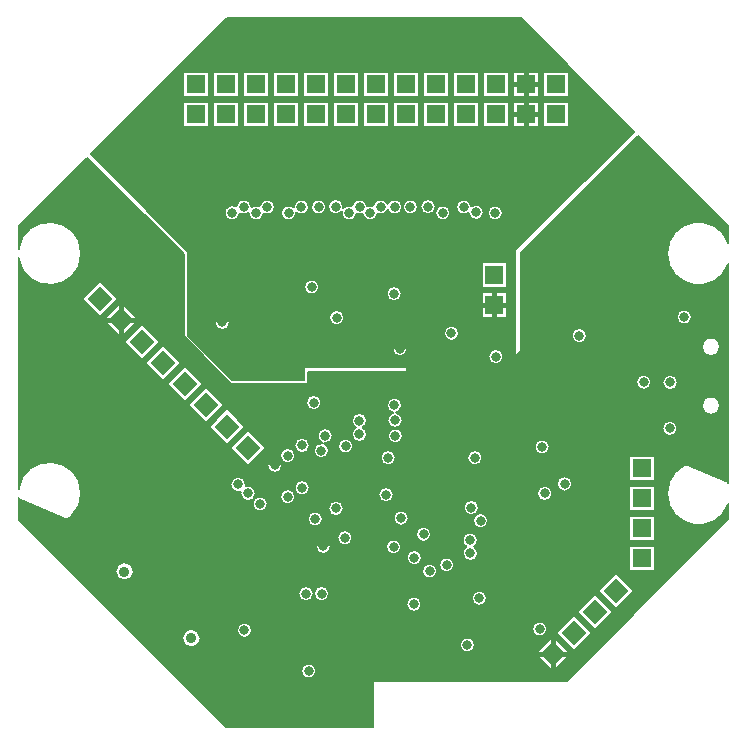
<source format=gbr>
%FSLAX25Y25*%
%MOIN*%
G04 EasyPC Gerber Version 18.0.8 Build 3632 *
%ADD12R,0.06000X0.06000*%
%ADD10C,0.00500*%
%AMT13*0 Rectangle Pad at angle 45*21,1,0.06000,0.06000,0,0,45*%
%ADD13T13*%
%ADD75C,0.01500*%
%ADD14C,0.03200*%
%ADD87C,0.03600*%
X0Y0D02*
D02*
D10*
X25768Y193032D02*
X2850Y170115D01*
Y162496*
G75*
G02X23750Y161050I10400J-1446*
G01*
G75*
G02X2850Y159604I-10500*
G01*
Y82496*
G75*
G02X23750Y81050I10400J-1446*
G01*
G75*
G02X2850Y79604I-10500*
G01*
Y72285*
X72085Y3050*
X121050*
Y18650*
X185715*
X239450Y72385*
Y77552*
G75*
G02X219050Y81050I-9900J3498*
G01*
G75*
G02X239450Y84548I10500*
G01*
Y157552*
G75*
G02X219050Y161050I-9900J3498*
G01*
G75*
G02X239450Y164548I10500*
G01*
Y170215*
X209332Y200332*
X170350Y161350*
Y128450*
X165250Y123350*
X132250*
Y121450*
X99250*
Y117550*
X73750*
X57850Y133450*
Y160950*
X25768Y193032*
X23891Y145799D02*
X29901Y151809D01*
X35911Y145799*
X29901Y139789*
X23891Y145799*
X30962Y138728D02*
X36972Y144738D01*
X42983Y138728*
X36972Y132717*
X30962Y138728*
X36008Y57192D02*
G75*
G02X40321Y52879I2157J-2157D01*
G01*
G75*
G02X36008Y57192I-2157J2157*
G01*
X38033Y131657D02*
X44043Y137667D01*
X50054Y131657*
X44043Y125646*
X38033Y131657*
X45104Y124585D02*
X51115Y130596D01*
X57125Y124585*
X51115Y118575*
X45104Y124585*
X52175Y117515D02*
X58185Y123525D01*
X64196Y117515*
X58185Y111504*
X52175Y117515*
X58282Y34918D02*
G75*
G02X62595Y30605I2157J-2157D01*
G01*
G75*
G02X58282Y34918I-2157J2157*
G01*
X59246Y110443D02*
X65257Y116454D01*
X71267Y110443*
X65257Y104433*
X59246Y110443*
X66317Y103372D02*
X72328Y109383D01*
X78338Y103372*
X72328Y97362*
X66317Y103372*
X73389Y96301D02*
X79399Y102311D01*
X85409Y96301*
X79399Y90291*
X73389Y96301*
X76868Y81635D02*
G75*
G02X73500Y84050I-818J2415D01*
G01*
G75*
G02X78600I2550*
G01*
G75*
G02X78532Y83465I-2550J1*
G01*
G75*
G02X81900Y81050I818J-2415*
G01*
G75*
G02X76800I-2550*
G01*
G75*
G02X76868Y81635I2550J-1*
G01*
X80700Y35450D02*
G75*
G02X75600I-2550D01*
G01*
G75*
G02X80700I2550*
G01*
X80800Y77550D02*
G75*
G02X85900I2550D01*
G01*
G75*
G02X80800I-2550*
G01*
X85700Y90450D02*
G75*
G02X90800I2550D01*
G01*
G75*
G02X85700I-2550*
G01*
X95100Y79950D02*
G75*
G02X90000I-2550D01*
G01*
G75*
G02X95100I2550*
G01*
Y93650D02*
G75*
G02X90000I-2550D01*
G01*
G75*
G02X95100I2550*
G01*
X99200Y72550D02*
G75*
G02X104300I2550D01*
G01*
G75*
G02X99200I-2550*
G01*
X99900Y82950D02*
G75*
G02X94800I-2550D01*
G01*
G75*
G02X99900I2550*
G01*
Y97050D02*
G75*
G02X94800I-2550D01*
G01*
G75*
G02X99900I2550*
G01*
X101200Y47650D02*
G75*
G02X96100I-2550D01*
G01*
G75*
G02X101200I2550*
G01*
X101900Y63450D02*
G75*
G02X107000I2550D01*
G01*
G75*
G02X101900I-2550*
G01*
X102100Y21850D02*
G75*
G02X97000I-2550D01*
G01*
G75*
G02X102100I2550*
G01*
X103800Y111350D02*
G75*
G02X98700I-2550D01*
G01*
G75*
G02X103800I2550*
G01*
X104131Y97871D02*
G75*
G02X102500Y100250I919J2379D01*
G01*
G75*
G02X107600I2550*
G01*
G75*
G02X104669Y97729I-2550*
G01*
G75*
G02X106300Y95350I-919J-2379*
G01*
G75*
G02X101200I-2550*
G01*
G75*
G02X104131Y97871I2550*
G01*
X106400Y47650D02*
G75*
G02X101300I-2550D01*
G01*
G75*
G02X106400I2550*
G01*
X109100Y66250D02*
G75*
G02X114200I2550D01*
G01*
G75*
G02X109100I-2550*
G01*
X109300Y96850D02*
G75*
G02X114400I2550D01*
G01*
G75*
G02X109300I-2550*
G01*
X111200Y76050D02*
G75*
G02X106100I-2550D01*
G01*
G75*
G02X111200I2550*
G01*
X115349Y103050D02*
G75*
G02X113900Y105350I1101J2300D01*
G01*
G75*
G02X119000I2550*
G01*
G75*
G02X117551Y103050I-2550*
G01*
G75*
G02X119000Y100750I-1101J-2300*
G01*
G75*
G02X113900I-2550*
G01*
G75*
G02X115349Y103050I2550*
G01*
X122800Y80650D02*
G75*
G02X127900I2550D01*
G01*
G75*
G02X122800I-2550*
G01*
X123500Y92950D02*
G75*
G02X128600I2550D01*
G01*
G75*
G02X123500I-2550*
G01*
X125300Y63250D02*
G75*
G02X130400I2550D01*
G01*
G75*
G02X125300I-2550*
G01*
X127758Y107930D02*
G75*
G02X125600Y110450I392J2520D01*
G01*
G75*
G02X130700I2550*
G01*
G75*
G02X128742Y107970I-2550*
G01*
G75*
G02X130900Y105450I-392J-2520*
G01*
G75*
G02X125800I-2550*
G01*
G75*
G02X127758Y107930I2550*
G01*
X127800Y72850D02*
G75*
G02X132900I2550D01*
G01*
G75*
G02X127800I-2550*
G01*
X131000Y100250D02*
G75*
G02X125900I-2550D01*
G01*
G75*
G02X131000I2550*
G01*
X132100Y44150D02*
G75*
G02X137200I2550D01*
G01*
G75*
G02X132100I-2550*
G01*
X135300Y67450D02*
G75*
G02X140400I2550D01*
G01*
G75*
G02X135300I-2550*
G01*
X137300Y55150D02*
G75*
G02X142400I2550D01*
G01*
G75*
G02X137300I-2550*
G01*
Y59650D02*
G75*
G02X132200I-2550D01*
G01*
G75*
G02X137300I2550*
G01*
X143000Y57250D02*
G75*
G02X148100I2550D01*
G01*
G75*
G02X143000I-2550*
G01*
X149900Y30550D02*
G75*
G02X155000I2550D01*
G01*
G75*
G02X149900I-2550*
G01*
X151200Y76350D02*
G75*
G02X156300I2550D01*
G01*
G75*
G02X151200I-2550*
G01*
X152201Y63273D02*
G75*
G02X150800Y65550I1149J2276D01*
G01*
G75*
G02X155900I2550*
G01*
G75*
G02X154599Y63327I-2550*
G01*
G75*
G02X156000Y61050I-1149J-2277*
G01*
G75*
G02X150900I-2550*
G01*
G75*
G02X152201Y63273I2550*
G01*
X152400Y92950D02*
G75*
G02X157500I2550D01*
G01*
G75*
G02X152400I-2550*
G01*
X153900Y46150D02*
G75*
G02X159000I2550D01*
G01*
G75*
G02X153900I-2550*
G01*
X154300Y71950D02*
G75*
G02X159400I2550D01*
G01*
G75*
G02X154300I-2550*
G01*
X174000Y35850D02*
G75*
G02X179100I2550D01*
G01*
G75*
G02X174000I-2550*
G01*
X174800Y96550D02*
G75*
G02X179900I2550D01*
G01*
G75*
G02X174800I-2550*
G01*
X175700Y81050D02*
G75*
G02X180800I2550D01*
G01*
G75*
G02X175700I-2550*
G01*
X180937Y33447D02*
X186947Y27437D01*
X180937Y21426*
X174926Y27437*
X180937Y33447*
X184850Y81700D02*
G75*
G02Y86800J2550D01*
G01*
G75*
G02Y81700J-2550*
G01*
X187200Y133650D02*
G75*
G02X192300I2550D01*
G01*
G75*
G02X187200I-2550*
G01*
X188008Y40518D02*
X194018Y34508D01*
X188008Y28498*
X181998Y34508*
X188008Y40518*
X195079Y47589D02*
X201089Y41579D01*
X195079Y35569*
X189069Y41579*
X195079Y47589*
X202150Y54660D02*
X208160Y48650D01*
X202150Y42640*
X196140Y48650*
X202150Y54660*
X206500Y63700D02*
X215000D01*
Y55200*
X206500*
Y63700*
Y73700D02*
X215000D01*
Y65200*
X206500*
Y73700*
Y83700D02*
X215000D01*
Y75200*
X206500*
Y83700*
Y93700D02*
X215000D01*
Y85200*
X206500*
Y93700*
X208700Y118150D02*
G75*
G02X213800I2550D01*
G01*
G75*
G02X208700I-2550*
G01*
X217400Y102750D02*
G75*
G02X222500I2550D01*
G01*
G75*
G02X217400I-2550*
G01*
X217500Y118050D02*
G75*
G02X222600I2550D01*
G01*
G75*
G02X217500I-2550*
G01*
X222200Y139850D02*
G75*
G02X227300I2550D01*
G01*
G75*
G02X222200I-2550*
G01*
X233650Y107300D02*
G75*
G02Y113400J3050D01*
G01*
G75*
G02Y107300J-3050*
G01*
Y126900D02*
G75*
G02Y133000J3050D01*
G01*
G75*
G02Y126900J-3050*
G01*
X2850Y145799D02*
G36*
Y138728D01*
X30962*
X36972Y144738*
X42983Y138728*
X57850*
Y145799*
X35911*
X29901Y139789*
X23891Y145799*
X2850*
G37*
X23891D02*
G36*
X29901Y151809D01*
X35911Y145799*
X57850*
Y160950*
X25768Y193032*
X2850Y170115*
Y162496*
G75*
G02X23750Y161050I10400J-1446*
G01*
G75*
G02X2850Y159604I-10500*
G01*
Y145799*
X23891*
G37*
X2850Y138728D02*
G36*
Y131657D01*
X38033*
X44043Y137667*
X50054Y131657*
X59643*
X57850Y133450*
Y138728*
X42983*
X36972Y132717*
X30962Y138728*
X2850*
G37*
X170350D02*
G36*
Y131657D01*
X188160*
G75*
G02X187200Y133650I1590J1993*
G01*
G75*
G02X192300I2550*
G01*
G75*
G02X191340Y131657I-2550*
G01*
X231122*
G75*
G02X233650Y133000I2528J-1707*
G01*
G75*
G02X236178Y131657J-3050*
G01*
X239450*
Y138728*
X227040*
G75*
G02X222460I-2290J1122*
G01*
X170350*
G37*
X222460D02*
G36*
G75*
G02X222200Y139850I2290J1122D01*
G01*
G75*
G02X227300I2550*
G01*
G75*
G02X227040Y138728I-2550*
G01*
X239450*
Y157552*
G75*
G02X219050Y161050I-9900J3498*
G01*
G75*
G02X239450Y164548I10500*
G01*
Y170215*
X209332Y200332*
X170350Y161350*
Y138728*
X222460*
G37*
X20100Y55035D02*
G36*
X27485Y47650D01*
X96100*
G75*
G02X101200I2550*
G01*
X101300*
G75*
G02X106400I2550*
G01*
X154388*
G75*
G02X158512I2062J-1500*
G01*
X197140*
X196140Y48650*
X202150Y54660*
X208160Y48650*
X207160Y47650*
X214715*
X222100Y55035*
X146814*
G75*
G02X144286I-1264J2215*
G01*
X142397*
G75*
G02X137303I-2547J115*
G01*
X41215*
G75*
G02X40321Y52879I-3050*
G01*
G75*
G02X35115Y55035I-2157J2157*
G01*
X20100*
G37*
X35115D02*
G36*
G75*
G02X36008Y57192I3050D01*
G01*
G75*
G02X41215Y55035I2157J-2157*
G01*
X137303*
G75*
G02X137300Y55150I2546J119*
G01*
G75*
G02X142400I2550*
G01*
G75*
G02X142397Y55035I-2550J4*
G01*
X144286*
G75*
G02X143000Y57250I1264J2215*
G01*
G75*
G02X144688Y59650I2550*
G01*
X137300*
G75*
G02X132200I-2550*
G01*
X15485*
X20100Y55035*
X35115*
G37*
X222100D02*
G36*
X226715Y59650D01*
X215000*
Y55200*
X206500*
Y59650*
X155581*
G75*
G02X151319I-2131J1400*
G01*
X146412*
G75*
G02X148100Y57250I-862J-2400*
G01*
G75*
G02X146814Y55035I-2550*
G01*
X222100*
G37*
X2850Y131657D02*
G36*
Y124585D01*
X45104*
X51115Y130596*
X57125Y124585*
X66715*
X59643Y131657*
X50054*
X44043Y125646*
X38033Y131657*
X2850*
G37*
X170350D02*
G36*
Y128450D01*
X165250Y123350*
X132250*
Y121450*
X99250*
Y117550*
X73750*
X66715Y124585*
X57125*
X51115Y118575*
X45104Y124585*
X2850*
Y117515*
X52175*
X58185Y123525*
X64196Y117515*
X208780*
G75*
G02X208700Y118150I2470J635*
G01*
G75*
G02X213800I2550*
G01*
G75*
G02X213720Y117515I-2550J0*
G01*
X217557*
G75*
G02X217500Y118050I2493J535*
G01*
G75*
G02X222600I2550*
G01*
G75*
G02X222543Y117515I-2550J-1*
G01*
X239450*
Y131657*
X236178*
G75*
G02X233650Y126900I-2528J-1707*
G01*
G75*
G02X231122Y131657J3050*
G01*
X191340*
G75*
G02X188160I-1590J1993*
G01*
X170350*
G37*
X2850Y117515D02*
G36*
Y110443D01*
X59246*
X65257Y116454*
X71267Y110443*
X98867*
G75*
G02X98700Y111350I2383J906*
G01*
G75*
G02X103800I2550*
G01*
G75*
G02X103633Y110443I-2550J0*
G01*
X125600*
G75*
G02Y110450I2540J4*
G01*
G75*
G02X130700I2550*
G01*
G75*
G02Y110443I-2557J-3*
G01*
X230602*
G75*
G02X233650Y113400I3048J-93*
G01*
G75*
G02X236698Y110443J-3050*
G01*
X239450*
Y117515*
X222543*
G75*
G02X217557I-2493J535*
G01*
X213720*
G75*
G02X208780I-2470J635*
G01*
X64196*
X58185Y111504*
X52175Y117515*
X2850*
G37*
X42374Y32761D02*
G36*
X53285Y21850D01*
X97000*
G75*
G02X102100I2550*
G01*
X180513*
X174926Y27437*
X180251Y32761*
X153720*
G75*
G02X155000Y30550I-1270J-2211*
G01*
G75*
G02X149900I-2550*
G01*
G75*
G02X151180Y32761I2550*
G01*
X63489*
G75*
G02X62595Y30605I-3050*
G01*
G75*
G02X57389Y32761I-2157J2157*
G01*
X42374*
G37*
X57389D02*
G36*
G75*
G02X58282Y34918I3050D01*
G01*
G75*
G02X58998Y35450I2157J-2157*
G01*
X39685*
X42374Y32761*
X57389*
G37*
X151180D02*
G36*
G75*
G02X153720I1270J-2211D01*
G01*
X180251*
X180937Y33447*
X181622Y32761*
X183744*
X181998Y34508*
X182940Y35450*
X179069*
G75*
G02X174031I-2519J400*
G01*
X80700*
G75*
G02X75600I-2550*
G01*
X61879*
G75*
G02X63489Y32761I-1440J-2689*
G01*
X151180*
G37*
X181622D02*
G36*
X186947Y27437D01*
X181360Y21850*
X188915*
X199826Y32761*
X192272*
X188008Y28498*
X183744Y32761*
X181622*
G37*
X199826D02*
G36*
X202515Y35450D01*
X193076*
X194018Y34508*
X192272Y32761*
X199826*
G37*
X2850Y110443D02*
G36*
Y103372D01*
X66317*
X72328Y109383*
X78338Y103372*
X114840*
G75*
G02X113900Y105350I1610J1978*
G01*
G75*
G02X119000I2550*
G01*
G75*
G02X118060Y103372I-2550*
G01*
X126871*
G75*
G02X125800Y105450I1479J2078*
G01*
G75*
G02X127758Y107930I2550*
G01*
G75*
G02X125600Y110443I392J2520*
G01*
X103633*
G75*
G02X98867I-2383J907*
G01*
X71267*
X65257Y104433*
X59246Y110443*
X2850*
G37*
X130700D02*
G36*
G75*
G02X128742Y107970I-2550J7D01*
G01*
G75*
G02X130900Y105450I-392J-2520*
G01*
G75*
G02X129829Y103372I-2550*
G01*
X217477*
G75*
G02X222423I2473J-622*
G01*
X239450*
Y110443*
X236698*
G75*
G02X233650Y107300I-3048J-93*
G01*
G75*
G02X230602Y110443J3050*
G01*
X130700*
G37*
X2850Y103374D02*
G36*
Y100252D01*
X69440*
X66317Y103374*
X2850*
G37*
X78338Y103372D02*
G36*
X75215Y100250D01*
X77337*
X79399Y102311*
X81460Y100250*
X102500*
G75*
G02X107600I2550*
G01*
X113950*
G75*
G02X113900Y100750I2500J500*
G01*
G75*
G02X115349Y103050I2550*
G01*
G75*
G02X114840Y103372I1101J2300*
G01*
X78338*
G37*
X118060D02*
G36*
G75*
G02X117551Y103050I-1610J1978D01*
G01*
G75*
G02X119000Y100750I-1101J-2300*
G01*
G75*
G02X118950Y100250I-2550J0*
G01*
X125900*
G75*
G02X131000I2550*
G01*
X219448*
G75*
G02X217400Y102750I502J2500*
G01*
G75*
G02X217477Y103372I2550*
G01*
X129829*
G75*
G02X126871I-1479J2078*
G01*
X118060*
G37*
X222423D02*
G36*
G75*
G02X222500Y102750I-2473J-622D01*
G01*
G75*
G02X220452Y100250I-2550*
G01*
X239450*
Y103372*
X222423*
G37*
X2850Y96303D02*
G36*
Y93649D01*
X76040*
X73389Y96303*
X2850*
G37*
X73389Y96301D02*
G36*
X77337Y100250D01*
X75215*
X72328Y97362*
X69440Y100250*
X2850*
Y96301*
X73389*
G37*
X85409D02*
G36*
X82758Y93650D01*
X90000*
G75*
G02X95100I2550*
G01*
X101849*
G75*
G02X101200Y95350I1901J1700*
G01*
G75*
G02X101384Y96301I2550J0*
G01*
X99787*
G75*
G02X94913I-2437J749*
G01*
X85409*
G37*
X94913D02*
G36*
G75*
G02X94800Y97050I2437J749D01*
G01*
G75*
G02X99900I2550*
G01*
G75*
G02X99787Y96301I-2550J0*
G01*
X101384*
G75*
G02X104131Y97871I2366J-951*
G01*
G75*
G02X102500Y100250I919J2379*
G01*
X81460*
X85409Y96301*
X94913*
G37*
X106116D02*
G36*
G75*
G02X106300Y95350I-2366J-952D01*
G01*
G75*
G02X105651Y93650I-2550*
G01*
X123598*
G75*
G02X128502I2452J-700*
G01*
X152498*
G75*
G02X157402I2452J-700*
G01*
X206500*
Y93700*
X215000*
Y93650*
X239450*
Y96301*
X179888*
G75*
G02X174812I-2538J249*
G01*
X114340*
G75*
G02X109360I-2490J549*
G01*
X106116*
G37*
X109360D02*
G36*
G75*
G02X109300Y96850I2490J549D01*
G01*
G75*
G02X114400I2550*
G01*
G75*
G02X114340Y96301I-2550J0*
G01*
X174812*
G75*
G02X174800Y96550I2538J249*
G01*
G75*
G02X179900I2550*
G01*
G75*
G02X179888Y96301I-2550J0*
G01*
X239450*
Y100250*
X220452*
G75*
G02X219448I-502J2500*
G01*
X131000*
G75*
G02X125900I-2550*
G01*
X118950*
G75*
G02X113950I-2500J500*
G01*
X107600*
G75*
G02X104669Y97729I-2550*
G01*
G75*
G02X106116Y96301I-919J-2379*
G01*
X109360*
G37*
X23642Y82550D02*
G36*
G75*
G02X23750Y81050I-10393J-1501D01*
G01*
G75*
G02X23150Y77550I-10500J0*
G01*
X80800*
G75*
G02X85900I2550*
G01*
X91688*
G75*
G02X90000Y79950I862J2400*
G01*
G75*
G02X95100I2550*
G01*
G75*
G02X93412Y77550I-2550*
G01*
X106588*
G75*
G02X110712I2062J-1500*
G01*
X151500*
G75*
G02X156000I2250J-1200*
G01*
X206500*
Y82550*
X186751*
G75*
G02X184850Y81700I-1901J1700*
G01*
G75*
G02X182949Y82550J2550*
G01*
X180312*
G75*
G02X180800Y81050I-2062J-1500*
G01*
G75*
G02X175700I-2550*
G01*
G75*
G02X176188Y82550I2550*
G01*
X127051*
G75*
G02X127900Y80650I-1701J-1900*
G01*
G75*
G02X122800I-2550*
G01*
G75*
G02X123649Y82550I2550*
G01*
X99869*
G75*
G02X94831I-2519J400*
G01*
X81412*
G75*
G02X81900Y81050I-2062J-1500*
G01*
G75*
G02X76800I-2550*
G01*
G75*
G02X76868Y81635I2550J-1*
G01*
G75*
G02X73988Y82550I-818J2415*
G01*
X23642*
G37*
X73988D02*
G36*
G75*
G02X73500Y84050I2062J1500D01*
G01*
G75*
G02X78600I2550*
G01*
G75*
G02X78532Y83465I-2550J1*
G01*
G75*
G02X81412Y82550I818J-2415*
G01*
X94831*
G75*
G02X94800Y82950I2519J400*
G01*
G75*
G02X99900I2550*
G01*
G75*
G02X99869Y82550I-2550J0*
G01*
X123649*
G75*
G02X127051I1701J-1900*
G01*
X176188*
G75*
G02X180312I2062J-1500*
G01*
X182949*
G75*
G02X184850Y86800I1901J1700*
G01*
G75*
G02X186751Y82550J-2550*
G01*
X206500*
Y83700*
X215000*
Y82550*
X219158*
G75*
G02X224871Y90450I10392J-1500*
G01*
X215000*
Y85200*
X206500*
Y90450*
X155452*
G75*
G02X154448I-502J2500*
G01*
X126552*
G75*
G02X125548I-502J2500*
G01*
X90800*
G75*
G02X85700I-2550*
G01*
X79558*
X79399Y90291*
X79240Y90450*
X17929*
G75*
G02X23642Y82550I-4679J-9400*
G01*
X73988*
G37*
X215000D02*
G36*
Y77550D01*
X219650*
G75*
G02X219050Y81050I9899J3500*
G01*
G75*
G02X219158Y82550I10499J-1*
G01*
X215000*
G37*
X58998Y35450D02*
G36*
G75*
G02X61879I1440J-2689D01*
G01*
X75600*
G75*
G02X80700I2550*
G01*
X174031*
G75*
G02X174000Y35850I2519J400*
G01*
G75*
G02X179100I2550*
G01*
G75*
G02X179069Y35450I-2550J0*
G01*
X182940*
X188008Y40518*
X193076Y35450*
X202515*
X211215Y44150*
X203660*
X202150Y42640*
X200640Y44150*
X198518*
X201089Y41579*
X195079Y35569*
X189069Y41579*
X191640Y44150*
X158032*
G75*
G02X154868I-1582J2000*
G01*
X137200*
G75*
G02X132100I-2550*
G01*
X30985*
X39685Y35450*
X58998*
G37*
X23150Y77550D02*
G36*
G75*
G02X19415Y72550I-9900J3500D01*
G01*
X99200*
G75*
G02X104300I2550*
G01*
X127818*
G75*
G02X127800Y72850I2532J300*
G01*
G75*
G02X132900I2550*
G01*
G75*
G02X132882Y72550I-2550*
G01*
X154372*
G75*
G02X159328I2478J-600*
G01*
X206500*
Y73700*
X215000*
Y72550*
X223385*
G75*
G02X219650Y77550I6165J8500*
G01*
X215000*
Y75200*
X206500*
Y77550*
X156000*
G75*
G02X156300Y76350I-2250J-1200*
G01*
G75*
G02X151200I-2550*
G01*
G75*
G02X151500Y77550I2550*
G01*
X110712*
G75*
G02X111200Y76050I-2062J-1500*
G01*
G75*
G02X106100I-2550*
G01*
G75*
G02X106588Y77550I2550*
G01*
X93412*
G75*
G02X91688I-862J2400*
G01*
X85900*
G75*
G02X80800I-2550*
G01*
X23150*
G37*
X79240Y90450D02*
G36*
X76040Y93650D01*
X2850*
Y82496*
G75*
G02X17929Y90450I10400J-1446*
G01*
X79240*
G37*
X85700D02*
G36*
G75*
G02X90800I2550D01*
G01*
X125548*
G75*
G02X123500Y92950I502J2500*
G01*
G75*
G02X123598Y93650I2550J0*
G01*
X105651*
G75*
G02X101849I-1901J1700*
G01*
X95100*
G75*
G02X90000I-2550*
G01*
X82758*
X79558Y90450*
X85700*
G37*
X154448D02*
G36*
G75*
G02X152400Y92950I502J2500D01*
G01*
G75*
G02X152498Y93650I2550J0*
G01*
X128502*
G75*
G02X128600Y92950I-2452J-700*
G01*
G75*
G02X126552Y90450I-2550*
G01*
X154448*
G37*
X206500D02*
G36*
Y93650D01*
X157402*
G75*
G02X157500Y92950I-2452J-700*
G01*
G75*
G02X155452Y90450I-2550*
G01*
X206500*
G37*
X224871D02*
G36*
G75*
G02X239450Y84548I4679J-9400D01*
G01*
Y93650*
X215000*
Y90450*
X224871*
G37*
X19415Y72550D02*
G36*
G75*
G02X2850Y79604I-6165J8500D01*
G01*
Y72285*
X8885Y66250*
X109100*
G75*
G02X114200I2550*
G01*
X135600*
G75*
G02X135300Y67450I2250J1200*
G01*
G75*
G02X140400I2550*
G01*
G75*
G02X140100Y66250I-2550*
G01*
X150898*
G75*
G02X155802I2452J-700*
G01*
X206500*
Y72550*
X159328*
G75*
G02X159400Y71950I-2478J-600*
G01*
G75*
G02X154300I-2550*
G01*
G75*
G02X154372Y72550I2550J0*
G01*
X132882*
G75*
G02X127818I-2532J300*
G01*
X104300*
G75*
G02X99200I-2550*
G01*
X19415*
G37*
X215000D02*
G36*
Y66250D01*
X233315*
X239450Y72385*
Y77552*
G75*
G02X223385Y72550I-9900J3498*
G01*
X215000*
G37*
X27485Y47650D02*
G36*
X30985Y44150D01*
X132100*
G75*
G02X137200I2550*
G01*
X154868*
G75*
G02X153900Y46150I1582J2000*
G01*
G75*
G02X154388Y47650I2550*
G01*
X106400*
G75*
G02X101300I-2550*
G01*
X101200*
G75*
G02X96100I-2550*
G01*
X27485*
G37*
X158512D02*
G36*
G75*
G02X159000Y46150I-2062J-1500D01*
G01*
G75*
G02X158032Y44150I-2550*
G01*
X191640*
X195079Y47589*
X198518Y44150*
X200640*
X197140Y47650*
X158512*
G37*
X207160Y47649D02*
G36*
X203660Y44149D01*
X211215*
X214715Y47649*
X207160*
G37*
X11685Y63450D02*
G36*
X15485Y59650D01*
X132200*
G75*
G02X137300I2550*
G01*
X144688*
G75*
G02X146412I862J-2400*
G01*
X151319*
G75*
G02X150900Y61050I2131J1400*
G01*
G75*
G02X152201Y63273I2550*
G01*
G75*
G02X151903Y63450I1149J2276*
G01*
X130392*
G75*
G02X130400Y63250I-2543J-200*
G01*
G75*
G02X125300I-2550*
G01*
G75*
G02X125308Y63450I2550J0*
G01*
X107000*
G75*
G02X101900I-2550*
G01*
X11685*
G37*
X101900D02*
G36*
G75*
G02X107000I2550D01*
G01*
X125308*
G75*
G02X130392I2542J-200*
G01*
X151903*
G75*
G02X150800Y65550I1447J2100*
G01*
G75*
G02X150898Y66250I2550J0*
G01*
X140100*
G75*
G02X135600I-2250J1200*
G01*
X114200*
G75*
G02X109100I-2550*
G01*
X8885*
X11685Y63450*
X101900*
G37*
X154796D02*
G36*
G75*
G02X154599Y63327I-1446J2100D01*
G01*
G75*
G02X156000Y61050I-1149J-2277*
G01*
G75*
G02X155581Y59650I-2550J0*
G01*
X206500*
Y63450*
X154796*
G37*
X206500D02*
G36*
Y63700D01*
X215000*
Y63450*
X230515*
X233315Y66250*
X215000*
Y65200*
X206500*
Y66250*
X155802*
G75*
G02X155900Y65550I-2452J-700*
G01*
G75*
G02X154796Y63450I-2550*
G01*
X206500*
G37*
X215000Y63448D02*
G36*
Y59649D01*
X226715*
X230515Y63448*
X215000*
G37*
X53285Y21850D02*
G36*
X72085Y3050D01*
X121050*
Y18650*
X185715*
X188915Y21850*
X181360*
X180937Y21426*
X180513Y21850*
X102100*
G75*
G02X97000I-2550*
G01*
X53285*
G37*
X26868Y194132D02*
X59350Y161650D01*
Y133550*
X74150Y118750*
X98150*
Y123350*
X165250*
X168450Y126550*
Y162050*
X208032Y201632*
X170215Y239450*
X72185*
X26868Y194132*
X66300Y211700D02*
Y203200D01*
X57800*
Y211700*
X66300*
Y221700D02*
Y213200D01*
X57800*
Y221700*
X66300*
X73300Y138050D02*
G75*
G02X68200I-2550D01*
G01*
G75*
G02X73300I2550*
G01*
X75405Y176710D02*
G75*
G02X80500Y176575I2545J-160D01*
G01*
G75*
G02X83214Y176819I1550J-2024*
G01*
G75*
G02X88300Y176550I2536J-269*
G01*
G75*
G02X84586Y174281I-2550*
G01*
G75*
G02X79500Y174525I-2536J269*
G01*
G75*
G02X76595Y174390I-1550J2025*
G01*
G75*
G02X71500Y174550I-2545J160*
G01*
G75*
G02X75405Y176710I2550*
G01*
X76300Y211700D02*
Y203200D01*
X67800*
Y211700*
X76300*
Y221700D02*
Y213200D01*
X67800*
Y221700*
X76300*
X86300Y211700D02*
Y203200D01*
X77800*
Y211700*
X86300*
Y221700D02*
Y213200D01*
X77800*
Y221700*
X86300*
X94604Y176400D02*
G75*
G02X94600Y176550I2548J149D01*
G01*
G75*
G02X99700I2550*
G01*
G75*
G02X95396Y174700I-2550*
G01*
G75*
G02X95400Y174550I-2549J-149*
G01*
G75*
G02X90300I-2550*
G01*
G75*
G02X94604Y176400I2550*
G01*
X96300Y211700D02*
Y203200D01*
X87800*
Y211700*
X96300*
Y221700D02*
Y213200D01*
X87800*
Y221700*
X96300*
X103100Y149850D02*
G75*
G02X98000I-2550D01*
G01*
G75*
G02X103100I2550*
G01*
X105400Y176550D02*
G75*
G02X100300I-2550D01*
G01*
G75*
G02X105400I2550*
G01*
X106300Y211700D02*
Y203200D01*
X97800*
Y211700*
X106300*
Y221700D02*
Y213200D01*
X97800*
Y221700*
X106300*
X110554Y175074D02*
G75*
G02X106000Y176650I-2004J1576D01*
G01*
G75*
G02X111100I2550*
G01*
G75*
G02X111046Y176126I-2550*
G01*
G75*
G02X114025Y176906I2004J-1576*
G01*
G75*
G02X119075I2525J-356*
G01*
G75*
G02X121025I975J-2357*
G01*
G75*
G02X125900Y177540I2525J-356*
G01*
G75*
G02X130800Y176550I2350J-990*
G01*
G75*
G02X125900Y175560I-2550*
G01*
G75*
G02X122575Y174194I-2350J990*
G01*
G75*
G02X117525I-2525J356*
G01*
G75*
G02X115575I-975J2357*
G01*
G75*
G02X110500Y174550I-2525J356*
G01*
G75*
G02X110554Y175074I2550*
G01*
X111437Y139650D02*
G75*
G02X106337I-2550D01*
G01*
G75*
G02X111437I2550*
G01*
X116300Y211700D02*
Y203200D01*
X107800*
Y211700*
X116300*
Y221700D02*
Y213200D01*
X107800*
Y221700*
X116300*
X126300Y211700D02*
Y203200D01*
X117800*
Y211700*
X126300*
Y221700D02*
Y213200D01*
X117800*
Y221700*
X126300*
X130600Y147650D02*
G75*
G02X125500I-2550D01*
G01*
G75*
G02X130600I2550*
G01*
X132500Y129350D02*
G75*
G02X127400I-2550D01*
G01*
G75*
G02X132500I2550*
G01*
X136000Y176550D02*
G75*
G02X130900I-2550D01*
G01*
G75*
G02X136000I2550*
G01*
X136300Y211700D02*
Y203200D01*
X127800*
Y211700*
X136300*
Y221700D02*
Y213200D01*
X127800*
Y221700*
X136300*
X141900Y176650D02*
G75*
G02X136800I-2550D01*
G01*
G75*
G02X141900I2550*
G01*
X144600Y134450D02*
G75*
G02X149700I2550D01*
G01*
G75*
G02X144600I-2550*
G01*
X146300Y211700D02*
Y203200D01*
X137800*
Y211700*
X146300*
Y221700D02*
Y213200D01*
X137800*
Y221700*
X146300*
X146800Y174550D02*
G75*
G02X141700I-2550D01*
G01*
G75*
G02X146800I2550*
G01*
X152809Y174532D02*
G75*
G02X148700Y176550I-1559J2018D01*
G01*
G75*
G02X153791Y176768I2550*
G01*
G75*
G02X157900Y174750I1559J-2018*
G01*
G75*
G02X152809Y174532I-2550*
G01*
X156300Y211700D02*
Y203200D01*
X147800*
Y211700*
X156300*
Y221700D02*
Y213200D01*
X147800*
Y221700*
X156300*
X164300Y174550D02*
G75*
G02X159200I-2550D01*
G01*
G75*
G02X164300I2550*
G01*
X164500Y126650D02*
G75*
G02X159400I-2550D01*
G01*
G75*
G02X164500I2550*
G01*
X165700Y139600D02*
X157200D01*
Y148100*
X165700*
Y139600*
Y149600D02*
X157200D01*
Y158100*
X165700*
Y149600*
X166300Y211700D02*
Y203200D01*
X157800*
Y211700*
X166300*
Y221700D02*
Y213200D01*
X157800*
Y221700*
X166300*
X176300Y211700D02*
Y203200D01*
X167800*
Y211700*
X176300*
Y221700D02*
Y213200D01*
X167800*
Y221700*
X176300*
X186300Y211700D02*
Y203200D01*
X177800*
Y211700*
X186300*
Y221700D02*
Y213200D01*
X177800*
Y221700*
X186300*
X40185Y207450D02*
G36*
X26868Y194132D01*
X45450Y175550*
X71704*
G75*
G02X75405Y176710I2346J-1000*
G01*
G75*
G02X80500Y176575I2545J-160*
G01*
G75*
G02X83214Y176819I1550J-2024*
G01*
G75*
G02X88300Y176550I2536J-269*
G01*
G75*
G02X88096Y175550I-2550*
G01*
X90504*
G75*
G02X94604Y176400I2346J-1000*
G01*
G75*
G02X94600Y176550I2548J149*
G01*
G75*
G02X99700I2550*
G01*
G75*
G02X99496Y175550I-2550*
G01*
X100504*
G75*
G02X100300Y176550I2346J1000*
G01*
G75*
G02X105400I2550*
G01*
G75*
G02X105196Y175550I-2550*
G01*
X106250*
G75*
G02X106000Y176650I2300J1100*
G01*
G75*
G02X111100I2550*
G01*
G75*
G02X111046Y176126I-2550*
G01*
G75*
G02X114025Y176906I2004J-1576*
G01*
G75*
G02X119075I2525J-356*
G01*
G75*
G02X121025I975J-2357*
G01*
G75*
G02X125900Y177540I2525J-356*
G01*
G75*
G02X130800Y176550I2350J-990*
G01*
G75*
G02X130596Y175550I-2550*
G01*
X131104*
G75*
G02X130900Y176550I2346J1000*
G01*
G75*
G02X136000I2550*
G01*
G75*
G02X135796Y175550I-2550*
G01*
X137050*
G75*
G02X136800Y176650I2300J1100*
G01*
G75*
G02X141900I2550*
G01*
G75*
G02X141650Y175550I-2550J0*
G01*
X141904*
G75*
G02X146596I2346J-1000*
G01*
X148904*
G75*
G02X148700Y176550I2346J1000*
G01*
G75*
G02X153791Y176768I2550*
G01*
G75*
G02X157771Y175550I1559J-2018*
G01*
X159404*
G75*
G02X164096I2346J-1000*
G01*
X181950*
X208032Y201632*
X202215Y207450*
X186300*
Y203200*
X177800*
Y207450*
X176300*
Y203200*
X167800*
Y207450*
X166300*
Y203200*
X157800*
Y207450*
X156300*
Y203200*
X147800*
Y207450*
X146300*
Y203200*
X137800*
Y207450*
X136300*
Y203200*
X127800*
Y207450*
X126300*
Y203200*
X117800*
Y207450*
X116300*
Y203200*
X107800*
Y207450*
X106300*
Y203200*
X97800*
Y207450*
X96300*
Y203200*
X87800*
Y207450*
X86300*
Y203200*
X77800*
Y207450*
X76300*
Y203200*
X67800*
Y207450*
X66300*
Y203200*
X57800*
Y207450*
X40185*
G37*
X57800D02*
G36*
Y211700D01*
X66300*
Y207450*
X67800*
Y211700*
X76300*
Y207450*
X77800*
Y211700*
X86300*
Y207450*
X87800*
Y211700*
X96300*
Y207450*
X97800*
Y211700*
X106300*
Y207450*
X107800*
Y211700*
X116300*
Y207450*
X117800*
Y211700*
X126300*
Y207450*
X127800*
Y211700*
X136300*
Y207450*
X137800*
Y211700*
X146300*
Y207450*
X147800*
Y211700*
X156300*
Y207450*
X157800*
Y211700*
X166300*
Y207450*
X167800*
Y211700*
X176300*
Y207450*
X177800*
Y211700*
X186300*
Y207450*
X202215*
X192215Y217450*
X186300*
Y213200*
X177800*
Y217450*
X176300*
Y213200*
X167800*
Y217450*
X166300*
Y213200*
X157800*
Y217450*
X156300*
Y213200*
X147800*
Y217450*
X146300*
Y213200*
X137800*
Y217450*
X136300*
Y213200*
X127800*
Y217450*
X126300*
Y213200*
X117800*
Y217450*
X116300*
Y213200*
X107800*
Y217450*
X106300*
Y213200*
X97800*
Y217450*
X96300*
Y213200*
X87800*
Y217450*
X86300*
Y213200*
X77800*
Y217450*
X76300*
Y213200*
X67800*
Y217450*
X66300*
Y213200*
X57800*
Y217450*
X50185*
X40185Y207450*
X57800*
G37*
Y217450D02*
G36*
Y221700D01*
X66300*
Y217450*
X67800*
Y221700*
X76300*
Y217450*
X77800*
Y221700*
X86300*
Y217450*
X87800*
Y221700*
X96300*
Y217450*
X97800*
Y221700*
X106300*
Y217450*
X107800*
Y221700*
X116300*
Y217450*
X117800*
Y221700*
X126300*
Y217450*
X127800*
Y221700*
X136300*
Y217450*
X137800*
Y221700*
X146300*
Y217450*
X147800*
Y221700*
X156300*
Y217450*
X157800*
Y221700*
X166300*
Y217450*
X167800*
Y221700*
X176300*
Y217450*
X177800*
Y221700*
X186300*
Y217450*
X192215*
X170215Y239450*
X72185*
X50185Y217450*
X57800*
G37*
X59350Y138050D02*
G36*
Y134450D01*
X144600*
G75*
G02X149700I2550*
G01*
X168450*
Y138050*
X110872*
G75*
G02X106901I-1985J1600*
G01*
X73300*
G75*
G02X68200I-2550*
G01*
X59350*
G37*
X68200D02*
G36*
G75*
G02X73300I2550D01*
G01*
X106901*
G75*
G02X106337Y139650I1985J1600*
G01*
G75*
G02X111437I2550*
G01*
G75*
G02X110872Y138050I-2550*
G01*
X168450*
Y143850*
X165700*
Y139600*
X157200*
Y143850*
X59350*
Y138050*
X68200*
G37*
X45450Y175550D02*
G36*
X59350Y161650D01*
Y149850*
X98000*
G75*
G02X103100I2550*
G01*
X126761*
G75*
G02X129339I1289J-2200*
G01*
X157200*
Y158100*
X165700*
Y149850*
X168450*
Y162050*
X181950Y175550*
X164096*
G75*
G02X164300Y174550I-2346J-1000*
G01*
G75*
G02X159200I-2550*
G01*
G75*
G02X159404Y175550I2550*
G01*
X157771*
G75*
G02X157900Y174750I-2421J-800*
G01*
G75*
G02X152809Y174532I-2550*
G01*
G75*
G02X148904Y175550I-1559J2018*
G01*
X146596*
G75*
G02X146800Y174550I-2346J-1000*
G01*
G75*
G02X141700I-2550*
G01*
G75*
G02X141904Y175550I2550*
G01*
X141650*
G75*
G02X137050I-2300J1100*
G01*
X135796*
G75*
G02X131104I-2346J1000*
G01*
X130596*
G75*
G02X125900Y175560I-2346J1000*
G01*
G75*
G02X122575Y174194I-2350J990*
G01*
G75*
G02X117525I-2525J356*
G01*
G75*
G02X115575I-975J2357*
G01*
G75*
G02X110500Y174550I-2525J356*
G01*
G75*
G02X110554Y175074I2550*
G01*
G75*
G02X106250Y175550I-2004J1576*
G01*
X105196*
G75*
G02X100504I-2346J1000*
G01*
X99496*
G75*
G02X95396Y174700I-2346J1000*
G01*
G75*
G02X95400Y174550I-2549J-149*
G01*
G75*
G02X90300I-2550*
G01*
G75*
G02X90504Y175550I2550*
G01*
X88096*
G75*
G02X84586Y174281I-2346J1000*
G01*
G75*
G02X79500Y174525I-2536J269*
G01*
G75*
G02X76595Y174390I-1550J2025*
G01*
G75*
G02X71500Y174550I-2545J160*
G01*
G75*
G02X71704Y175550I2550*
G01*
X45450*
G37*
X59350Y149850D02*
G36*
Y143850D01*
X157200*
Y148100*
X165700*
Y143850*
X168450*
Y149850*
X165700*
Y149600*
X157200*
Y149850*
X129339*
G75*
G02X130600Y147650I-1289J-2200*
G01*
G75*
G02X125500I-2550*
G01*
G75*
G02X126761Y149850I2550*
G01*
X103100*
G75*
G02X98000I-2550*
G01*
X59350*
G37*
X63550Y129350D02*
G36*
X66250Y126650D01*
X159400*
G75*
G02X164500I2550*
G01*
X168450*
Y129350*
X132500*
G75*
G02X127400I-2550*
G01*
X63550*
G37*
X127400D02*
G36*
G75*
G02X132500I2550D01*
G01*
X168450*
Y134450*
X149700*
G75*
G02X144600I-2550*
G01*
X59350*
Y133550*
X63550Y129350*
X127400*
G37*
X66250Y126650D02*
G36*
X74150Y118750D01*
X98150*
Y123350*
X165250*
X168450Y126550*
Y126650*
X164500*
G75*
G02X159400I-2550*
G01*
X66250*
G37*
D02*
D12*
X62050Y207450D03*
Y217450D03*
X72050Y207450D03*
Y217450D03*
X82050Y207450D03*
Y217450D03*
X92050Y207450D03*
Y217450D03*
X102050Y207450D03*
Y217450D03*
X112050Y207450D03*
Y217450D03*
X122050Y207450D03*
Y217450D03*
X132050Y207450D03*
Y217450D03*
X142050Y207450D03*
Y217450D03*
X152050Y207450D03*
Y217450D03*
X161450Y143850D03*
Y153850D03*
X162050Y207450D03*
Y217450D03*
X172050Y207450D03*
Y217450D03*
X182050Y207450D03*
Y217450D03*
X210750Y59450D03*
Y69450D03*
Y79450D03*
Y89450D03*
D02*
D13*
X29901Y145799D03*
X36972Y138728D03*
X44043Y131657D03*
X51115Y124585D03*
X58185Y117515D03*
X65257Y110443D03*
X72328Y103372D03*
X79399Y96301D03*
X180937Y27437D03*
X188008Y34508D03*
X195079Y41579D03*
X202150Y48650D03*
D02*
D14*
X30750Y65250D03*
X41950Y162750D03*
X51250Y98050D03*
X69350Y184650D03*
X70750Y138050D03*
X74050Y174550D03*
X76050Y84050D03*
X77950Y176550D03*
X78150Y35450D03*
X79350Y81050D03*
X79488Y10512D03*
X82050Y174550D03*
X83350Y77550D03*
X85750Y176550D03*
X88150Y54350D03*
X88250Y90450D03*
X89550Y71450D03*
X92550Y79950D03*
Y93650D03*
X92850Y174550D03*
X95150Y114750D03*
X97150Y176550D03*
X97350Y82950D03*
Y97050D03*
X98650Y47650D03*
X99550Y21850D03*
X100550Y149850D03*
X100950Y127850D03*
X101250Y111350D03*
X101750Y37350D03*
Y72550D03*
X102850Y176550D03*
X103750Y95350D03*
X103850Y47650D03*
X104450Y63450D03*
X105050Y100250D03*
X108550Y176650D03*
X108650Y76050D03*
X108887Y139650D03*
X111650Y66250D03*
X111850Y96850D03*
X113050Y174550D03*
X116450Y100750D03*
Y105350D03*
X116550Y176550D03*
X119550Y112850D03*
X120050Y174550D03*
X123550Y50950D03*
Y176550D03*
X124750Y137750D03*
X125350Y80650D03*
X125550Y67150D03*
X126050Y92950D03*
X127850Y63250D03*
X128050Y147650D03*
X128150Y110450D03*
X128250Y176550D03*
X128350Y105450D03*
X128450Y100250D03*
X129950Y129350D03*
X130350Y72850D03*
X133050Y155450D03*
X133450Y176550D03*
X134650Y44150D03*
X134750Y59650D03*
X136450Y86850D03*
X137850Y67450D03*
X139350Y176650D03*
X139850Y55150D03*
X144250Y174550D03*
X145550Y57250D03*
X147150Y134450D03*
X150350Y117850D03*
X151250Y176550D03*
X152450Y30550D03*
X153350Y65550D03*
X153450Y61050D03*
X153750Y76350D03*
X154950Y21050D03*
Y92950D03*
X155350Y174750D03*
X156450Y46150D03*
X156650Y51250D03*
X156850Y71950D03*
X161750Y174550D03*
X161950Y126650D03*
X162350Y63450D03*
X171250Y98650D03*
X171550Y185750D03*
X176550Y35850D03*
X177350Y96550D03*
X178250Y81050D03*
X180850Y136750D03*
X184850Y84250D03*
X189750Y133650D03*
X193950Y88150D03*
X194350Y156950D03*
X211250Y118150D03*
Y148350D03*
X215550Y118150D03*
X219950Y102750D03*
X220050Y118050D03*
X224150Y65350D03*
X224750Y139850D03*
X235250Y95350D03*
D02*
D75*
X29900Y65250D02*
X27400D01*
X30750Y64400D02*
Y61900D01*
Y66100D02*
Y68600D01*
X31600Y65250D02*
X34100D01*
X33480Y138728D02*
X30255D01*
X36972Y135235D02*
Y132010D01*
Y142220D02*
Y145445D01*
X40465Y138728D02*
X43690D01*
X41100Y162750D02*
X38600D01*
X41950Y161900D02*
Y159400D01*
Y163600D02*
Y166100D01*
X42800Y162750D02*
X45300D01*
X50400Y98050D02*
X47900D01*
X51250Y97200D02*
Y94700D01*
Y98900D02*
Y101400D01*
X52100Y98050D02*
X54600D01*
X78638Y10512D02*
X76138D01*
X79488Y9662D02*
Y7162D01*
Y11362D02*
Y13862D01*
X80338Y10512D02*
X82838D01*
X87300Y54350D02*
X84800D01*
X88150Y53500D02*
Y51000D01*
Y55200D02*
Y57700D01*
X88700Y71450D02*
X86200D01*
X89000Y54350D02*
X91500D01*
X89550Y70600D02*
Y68100D01*
Y72300D02*
Y74800D01*
X90400Y71450D02*
X92900D01*
X94300Y114750D02*
X91800D01*
X95150Y113900D02*
Y111400D01*
X96000Y114750D02*
X98500D01*
X100900Y37350D02*
X98400D01*
X101750Y36500D02*
Y34000D01*
Y38200D02*
Y40700D01*
X102600Y37350D02*
X105100D01*
X118700Y112850D02*
X116200D01*
X119550Y112000D02*
Y109500D01*
Y113700D02*
Y116200D01*
X120400Y112850D02*
X122900D01*
X122700Y50950D02*
X120200D01*
X123550Y50100D02*
Y47600D01*
Y51800D02*
Y54300D01*
X124400Y50950D02*
X126900D01*
X124700Y67150D02*
X122200D01*
X125550Y68000D02*
Y70500D01*
X126400Y67150D02*
X128900D01*
X135600Y86850D02*
X133100D01*
X136450Y86000D02*
Y83500D01*
Y87700D02*
Y90200D01*
X137300Y86850D02*
X139800D01*
X149500Y117850D02*
X147000D01*
X150350Y117000D02*
Y114500D01*
Y118700D02*
Y121200D01*
X151200Y117850D02*
X153700D01*
X154100Y21050D02*
X151600D01*
X154950Y21900D02*
Y24400D01*
X155800Y21050D02*
X158300D01*
X156049Y50649D02*
X154281Y48881D01*
X156049Y51851D02*
X154281Y53619D01*
X157251Y50649D02*
X159019Y48881D01*
X157251Y51851D02*
X159019Y53619D01*
X159200Y143850D02*
X156700D01*
X161450Y141600D02*
Y139100D01*
Y146100D02*
Y148600D01*
X161500Y63450D02*
X159000D01*
X162350Y62600D02*
Y60100D01*
Y64300D02*
Y66800D01*
X163200Y63450D02*
X165700D01*
X163700Y143850D02*
X166200D01*
X169800Y207450D02*
X167300D01*
X169800Y217450D02*
X167300D01*
X170400Y98650D02*
X167900D01*
X171250Y97800D02*
Y95300D01*
Y99500D02*
Y102000D01*
X172050Y205200D02*
Y202700D01*
Y209700D02*
Y212200D01*
Y215200D02*
Y212700D01*
Y219700D02*
Y222200D01*
X172100Y98650D02*
X174600D01*
X174300Y207450D02*
X176800D01*
X174300Y217450D02*
X176800D01*
X177444Y27437D02*
X174219D01*
X180000Y136750D02*
X177500D01*
X180850Y135900D02*
Y133400D01*
Y137600D02*
Y140100D01*
X180937Y23944D02*
Y20719D01*
Y30929D02*
Y34154D01*
X181700Y136750D02*
X184200D01*
X184429Y27437D02*
X187654D01*
X193100Y88150D02*
X190600D01*
X193500Y156950D02*
X191000D01*
X193950Y87300D02*
Y84800D01*
Y89000D02*
Y91500D01*
X194350Y156100D02*
Y153600D01*
Y157800D02*
Y160300D01*
X194800Y88150D02*
X197300D01*
X195200Y156950D02*
X197700D01*
X210400Y148350D02*
X207900D01*
X211250Y147500D02*
Y145000D01*
Y149200D02*
Y151700D01*
X212100Y148350D02*
X214600D01*
X215550Y117300D02*
Y114800D01*
Y119000D02*
Y121500D01*
X223300Y65350D02*
X220800D01*
X224150Y64500D02*
Y62000D01*
Y66200D02*
Y68700D01*
X225000Y65350D02*
X227500D01*
X234400Y95350D02*
X231900D01*
X235250Y94500D02*
Y92000D01*
Y96200D02*
Y98700D01*
X236100Y95350D02*
X238600D01*
D02*
D87*
X38165Y55035D03*
X60439Y32761D03*
X0Y0D02*
M02*

</source>
